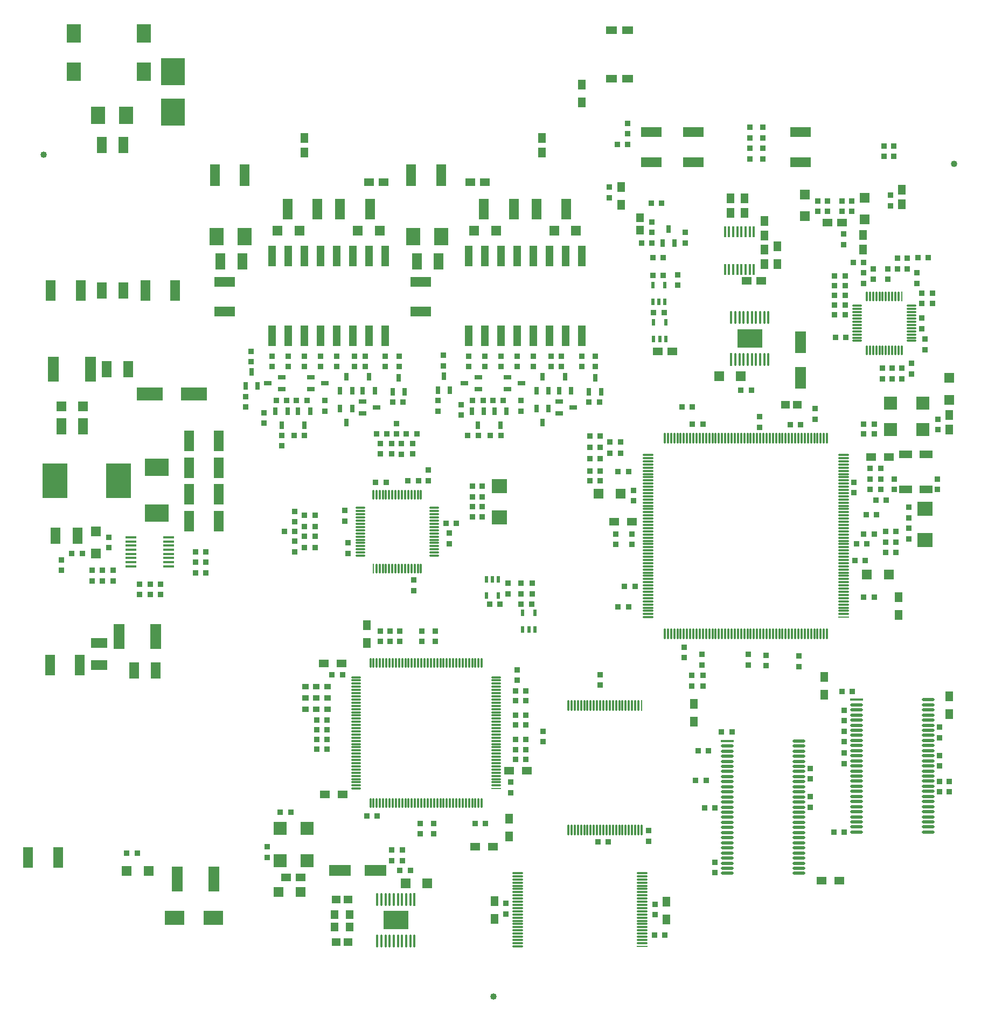
<source format=gtp>
%FSLAX24Y24*%
%MOIN*%
G70*
G01*
G75*
%ADD10C,0.0100*%
%ADD11R,0.1250X0.0600*%
%ADD12R,0.0600X0.1000*%
%ADD13R,0.0380X0.0380*%
%ADD14R,0.0600X0.0600*%
%ADD15R,0.0709X0.1575*%
%ADD16R,0.1614X0.0827*%
%ADD17O,0.0701X0.0157*%
%ADD18R,0.1500X0.1100*%
%ADD19R,0.0600X0.1250*%
%ADD20R,0.0500X0.0600*%
%ADD21R,0.0600X0.0500*%
%ADD22R,0.0315X0.0472*%
%ADD23R,0.1200X0.0900*%
%ADD24R,0.0551X0.0492*%
%ADD25O,0.0138X0.0846*%
%ADD26R,0.0138X0.0846*%
%ADD27R,0.1575X0.1181*%
%ADD28R,0.0709X0.1378*%
%ADD29R,0.0800X0.0800*%
%ADD30O,0.0630X0.0110*%
%ADD31O,0.0110X0.0630*%
%ADD32R,0.0110X0.0630*%
%ADD33R,0.0472X0.1260*%
%ADD34R,0.0472X0.0315*%
%ADD35R,0.0425X0.0380*%
%ADD36C,0.0400*%
%ADD37R,0.1378X0.0709*%
%ADD38R,0.0650X0.0500*%
%ADD39O,0.0787X0.0177*%
%ADD40R,0.0787X0.0177*%
%ADD41R,0.0236X0.0433*%
%ADD42R,0.0492X0.0551*%
%ADD43O,0.0669X0.0110*%
%ADD44R,0.0669X0.0110*%
%ADD45O,0.0110X0.0669*%
%ADD46R,0.0110X0.0669*%
%ADD47R,0.1000X0.0600*%
%ADD48R,0.0850X0.1080*%
%ADD49R,0.0600X0.1350*%
%ADD50R,0.1575X0.2165*%
%ADD51R,0.1500X0.1680*%
%ADD52R,0.0866X0.1142*%
%ADD53O,0.0630X0.0110*%
%ADD54R,0.0630X0.0110*%
%ADD55O,0.0110X0.0709*%
%ADD56O,0.0709X0.0110*%
%ADD57O,0.0709X0.0110*%
%ADD58R,0.0709X0.0110*%
%ADD59O,0.0157X0.0701*%
%ADD60O,0.0110X0.0630*%
%ADD61R,0.0787X0.0512*%
%ADD62R,0.0945X0.0906*%
%ADD63C,0.0200*%
%ADD64C,0.0500*%
%ADD65C,0.0120*%
%ADD66C,0.0150*%
%ADD67C,0.0600*%
%ADD68C,0.0400*%
%ADD69C,0.0250*%
%ADD70C,0.0300*%
%ADD71C,0.0380*%
%ADD72C,0.0700*%
%ADD73C,0.0110*%
%ADD74C,0.0320*%
%ADD75C,0.0080*%
%ADD76C,0.0280*%
%ADD77C,0.0310*%
%ADD78C,0.0140*%
%ADD79C,0.0157*%
%ADD80C,0.0130*%
%ADD81C,0.0090*%
%ADD82C,0.0220*%
%ADD83C,0.0170*%
%ADD84C,0.0180*%
%ADD85C,0.0308*%
%ADD86C,0.0160*%
%ADD87C,0.0390*%
%ADD88R,0.0670X0.0700*%
%ADD89R,0.1350X0.1400*%
%ADD90R,0.0300X0.1229*%
%ADD91C,0.0620*%
%ADD92C,0.0600*%
%ADD93C,0.1000*%
%ADD94C,0.0650*%
%ADD95C,0.0906*%
%ADD96C,0.0787*%
%ADD97C,0.0866*%
%ADD98C,0.1024*%
%ADD99C,0.1024*%
%ADD100P,0.0620X8X0*%
%ADD101C,0.0945*%
%ADD102C,0.0500*%
%ADD103C,0.0118*%
%ADD104C,0.0098*%
%ADD105C,0.0060*%
%ADD106C,0.0079*%
%ADD107C,0.0070*%
%ADD108R,0.0500X0.0300*%
%ADD109R,0.0500X0.1500*%
%ADD110R,0.3100X0.0430*%
%ADD111R,0.0360X0.0130*%
D11*
X93725Y96375D02*
D03*
Y98225D02*
D03*
X117225Y107475D02*
D03*
Y105625D02*
D03*
X110575D02*
D03*
Y107475D02*
D03*
X107975D02*
D03*
Y105625D02*
D03*
X81575Y96375D02*
D03*
Y98225D02*
D03*
D12*
X93475Y99475D02*
D03*
X94825D02*
D03*
X81325D02*
D03*
X82675D02*
D03*
X75615Y92825D02*
D03*
X74265D02*
D03*
X75325Y106675D02*
D03*
X73975D02*
D03*
X75325Y97675D02*
D03*
X73975D02*
D03*
X77325Y74175D02*
D03*
X75975D02*
D03*
X72825Y89275D02*
D03*
X71475D02*
D03*
X72475Y82525D02*
D03*
X71125D02*
D03*
D13*
X106525Y107375D02*
D03*
Y108025D02*
D03*
X72125Y81425D02*
D03*
X72775D02*
D03*
X75525Y62875D02*
D03*
X76175D02*
D03*
X74675Y80375D02*
D03*
Y79725D02*
D03*
X77625Y78875D02*
D03*
Y79525D02*
D03*
X73375Y80375D02*
D03*
Y79725D02*
D03*
X71475Y80375D02*
D03*
Y81025D02*
D03*
X74025Y79725D02*
D03*
Y80375D02*
D03*
X76325Y78875D02*
D03*
X76975D02*
D03*
X80425Y81525D02*
D03*
X79775D02*
D03*
X74425Y82425D02*
D03*
Y81775D02*
D03*
X76975Y79525D02*
D03*
X76325D02*
D03*
X80425Y80875D02*
D03*
X79775D02*
D03*
Y80225D02*
D03*
X80425D02*
D03*
X91975Y90775D02*
D03*
X82875Y91125D02*
D03*
Y90475D02*
D03*
X92625Y90775D02*
D03*
X104125D02*
D03*
X104775D02*
D03*
X85525Y93625D02*
D03*
Y92975D02*
D03*
X86525Y83775D02*
D03*
X87175D02*
D03*
X86525Y82475D02*
D03*
X87175D02*
D03*
X95925Y83275D02*
D03*
X95275D02*
D03*
X105875Y106725D02*
D03*
X106525D02*
D03*
X110525Y90475D02*
D03*
X109875D02*
D03*
X121125Y89425D02*
D03*
X121775D02*
D03*
X114075Y107775D02*
D03*
Y107125D02*
D03*
X114875D02*
D03*
Y107775D02*
D03*
Y105825D02*
D03*
Y106475D02*
D03*
X114075D02*
D03*
Y105825D02*
D03*
X122975Y106625D02*
D03*
Y105975D02*
D03*
X122375D02*
D03*
Y106625D02*
D03*
X118125Y89725D02*
D03*
Y90375D02*
D03*
X111175Y89425D02*
D03*
X110525D02*
D03*
X114675Y89875D02*
D03*
Y89225D02*
D03*
X117225Y89375D02*
D03*
X116575D02*
D03*
X113525Y91525D02*
D03*
X114175D02*
D03*
X121125Y88825D02*
D03*
X121775D02*
D03*
X125725Y89725D02*
D03*
Y89075D02*
D03*
X119325Y98575D02*
D03*
X119975D02*
D03*
Y96175D02*
D03*
X119325D02*
D03*
X123475Y92875D02*
D03*
Y92225D02*
D03*
X122275D02*
D03*
Y92875D02*
D03*
X120025Y94775D02*
D03*
X119375D02*
D03*
X124725Y95975D02*
D03*
Y95325D02*
D03*
X124925Y94675D02*
D03*
Y94025D02*
D03*
X125375Y97525D02*
D03*
X124725D02*
D03*
X124425Y98125D02*
D03*
Y98775D02*
D03*
X121125D02*
D03*
Y98125D02*
D03*
X122875Y92875D02*
D03*
Y92225D02*
D03*
X124075Y92525D02*
D03*
Y93175D02*
D03*
X125375Y96875D02*
D03*
X124725D02*
D03*
X119975Y97975D02*
D03*
X119325D02*
D03*
Y97375D02*
D03*
X119975D02*
D03*
Y96775D02*
D03*
X119325D02*
D03*
X123225Y99675D02*
D03*
Y99025D02*
D03*
X121725Y98375D02*
D03*
Y99025D02*
D03*
X122625D02*
D03*
Y98375D02*
D03*
X125125Y99725D02*
D03*
X124475D02*
D03*
X120475Y99425D02*
D03*
X121125D02*
D03*
X118875Y103225D02*
D03*
Y102575D02*
D03*
X118275D02*
D03*
Y103225D02*
D03*
X119775D02*
D03*
Y102575D02*
D03*
X120375D02*
D03*
Y103225D02*
D03*
X122775Y103575D02*
D03*
Y102925D02*
D03*
X119875Y101175D02*
D03*
Y100525D02*
D03*
X123825Y99025D02*
D03*
Y99675D02*
D03*
X92375Y92975D02*
D03*
X104525D02*
D03*
X83225Y93275D02*
D03*
X95125Y93025D02*
D03*
X98675Y88725D02*
D03*
X98025D02*
D03*
X96625D02*
D03*
X97275D02*
D03*
X91918Y87575D02*
D03*
Y88225D02*
D03*
X92525Y88215D02*
D03*
Y87565D02*
D03*
X91218Y88225D02*
D03*
Y87575D02*
D03*
X93218Y88225D02*
D03*
Y87575D02*
D03*
X97575Y90875D02*
D03*
X96925D02*
D03*
X99925D02*
D03*
Y90225D02*
D03*
X91618Y88825D02*
D03*
X90968D02*
D03*
X92225Y88815D02*
D03*
Y89465D02*
D03*
X92825Y88815D02*
D03*
X93475D02*
D03*
X96225Y89975D02*
D03*
Y90625D02*
D03*
X103675Y93625D02*
D03*
Y92975D02*
D03*
X100675Y93625D02*
D03*
Y92975D02*
D03*
X99675D02*
D03*
Y93625D02*
D03*
X98675D02*
D03*
Y92975D02*
D03*
X97675Y93625D02*
D03*
Y92975D02*
D03*
X96675D02*
D03*
Y93625D02*
D03*
X101775Y92975D02*
D03*
X102425D02*
D03*
Y93625D02*
D03*
X101775D02*
D03*
X84025Y90125D02*
D03*
Y89475D02*
D03*
X86525Y83075D02*
D03*
X87175D02*
D03*
X96925Y84925D02*
D03*
Y85575D02*
D03*
Y83675D02*
D03*
Y84325D02*
D03*
X83225Y93925D02*
D03*
X110475Y73225D02*
D03*
Y73875D02*
D03*
X88225Y73925D02*
D03*
X88875D02*
D03*
X107975Y103075D02*
D03*
X111175Y73875D02*
D03*
Y73225D02*
D03*
X111125Y74525D02*
D03*
Y75175D02*
D03*
X106775Y82625D02*
D03*
Y81975D02*
D03*
X104825Y88675D02*
D03*
X104175D02*
D03*
Y86525D02*
D03*
X104825D02*
D03*
Y85925D02*
D03*
X104175D02*
D03*
X105425Y88325D02*
D03*
X106075D02*
D03*
X104825Y87975D02*
D03*
X104175D02*
D03*
X105425Y87625D02*
D03*
X106075D02*
D03*
X104825Y87275D02*
D03*
X104175D02*
D03*
X121125Y82625D02*
D03*
X121775D02*
D03*
X121875Y84725D02*
D03*
X122525D02*
D03*
X121925Y83825D02*
D03*
X121275D02*
D03*
X105925Y78125D02*
D03*
X106575D02*
D03*
X115075Y75125D02*
D03*
Y74475D02*
D03*
X121225Y80975D02*
D03*
X120575D02*
D03*
X106875Y85325D02*
D03*
Y84675D02*
D03*
X106325Y79375D02*
D03*
X106975D02*
D03*
X117125Y75075D02*
D03*
Y74425D02*
D03*
X110025Y75625D02*
D03*
Y74975D02*
D03*
X113975Y74525D02*
D03*
Y75175D02*
D03*
X105925Y86475D02*
D03*
X106575D02*
D03*
X120675Y82025D02*
D03*
X121325D02*
D03*
X120525Y85825D02*
D03*
Y85175D02*
D03*
X105775Y82625D02*
D03*
Y81975D02*
D03*
X121775Y78725D02*
D03*
X121125D02*
D03*
X123125Y81475D02*
D03*
Y82125D02*
D03*
X123925Y82975D02*
D03*
Y82325D02*
D03*
Y84275D02*
D03*
Y83625D02*
D03*
X123025Y85375D02*
D03*
Y86025D02*
D03*
X122475Y81475D02*
D03*
Y82125D02*
D03*
X121525Y86675D02*
D03*
X122175D02*
D03*
Y86025D02*
D03*
Y85375D02*
D03*
X125675D02*
D03*
Y86025D02*
D03*
X126425Y67325D02*
D03*
Y66675D02*
D03*
X117825Y68125D02*
D03*
Y67475D02*
D03*
Y65725D02*
D03*
Y66375D02*
D03*
X111375Y67375D02*
D03*
X110725D02*
D03*
X112325Y70375D02*
D03*
X112975D02*
D03*
X111525Y69225D02*
D03*
X110875D02*
D03*
X111275Y65675D02*
D03*
X111925D02*
D03*
Y61675D02*
D03*
Y62325D02*
D03*
X125825Y70025D02*
D03*
Y70675D02*
D03*
X119925Y68425D02*
D03*
Y69075D02*
D03*
X119775Y72875D02*
D03*
X120425D02*
D03*
X119925Y71725D02*
D03*
Y71075D02*
D03*
Y70425D02*
D03*
Y69775D02*
D03*
X125825Y68925D02*
D03*
Y68275D02*
D03*
X119275Y64175D02*
D03*
X119925D02*
D03*
X104825Y73275D02*
D03*
Y73925D02*
D03*
X104675Y63575D02*
D03*
X105325D02*
D03*
X122475Y82775D02*
D03*
X123125D02*
D03*
X121525Y86025D02*
D03*
Y85375D02*
D03*
X107825Y63625D02*
D03*
Y64275D02*
D03*
X125825Y66675D02*
D03*
Y67325D02*
D03*
X108175Y57825D02*
D03*
X108825D02*
D03*
X108225Y59075D02*
D03*
Y59725D02*
D03*
X98975Y59775D02*
D03*
Y59125D02*
D03*
X100625Y78925D02*
D03*
Y79575D02*
D03*
X100575Y78275D02*
D03*
X99925D02*
D03*
Y78925D02*
D03*
Y79575D02*
D03*
X104525Y93625D02*
D03*
X95125Y93675D02*
D03*
X99575Y72325D02*
D03*
X100225D02*
D03*
X87275Y70525D02*
D03*
X87925D02*
D03*
Y71125D02*
D03*
X87275D02*
D03*
X100225Y71425D02*
D03*
X99575D02*
D03*
Y70825D02*
D03*
X100225D02*
D03*
X91225Y75975D02*
D03*
Y76625D02*
D03*
X94625D02*
D03*
Y75975D02*
D03*
X99575Y68675D02*
D03*
X100225D02*
D03*
X87275Y69925D02*
D03*
X87925D02*
D03*
X97075Y64725D02*
D03*
X97725D02*
D03*
X93675Y64075D02*
D03*
Y64725D02*
D03*
X99575Y69925D02*
D03*
X100225D02*
D03*
X93775Y76625D02*
D03*
Y75975D02*
D03*
X94525Y64075D02*
D03*
Y64725D02*
D03*
X99675Y73575D02*
D03*
Y74225D02*
D03*
X99275Y66625D02*
D03*
Y67275D02*
D03*
X91025Y65175D02*
D03*
X90375D02*
D03*
X100225Y69275D02*
D03*
X99575D02*
D03*
X87925Y69325D02*
D03*
X87275D02*
D03*
X91825Y76625D02*
D03*
Y75975D02*
D03*
X99575Y72925D02*
D03*
X100225D02*
D03*
X101275Y69775D02*
D03*
Y70425D02*
D03*
X84225Y63275D02*
D03*
Y62625D02*
D03*
X92375Y93625D02*
D03*
X85675Y65425D02*
D03*
X85025D02*
D03*
X98625Y78275D02*
D03*
X97975D02*
D03*
X99125Y78925D02*
D03*
Y79575D02*
D03*
X91925Y63075D02*
D03*
Y62425D02*
D03*
X92575Y63075D02*
D03*
Y62425D02*
D03*
X93075Y61825D02*
D03*
X92425D02*
D03*
X105375Y103425D02*
D03*
Y104075D02*
D03*
X97525Y83675D02*
D03*
Y84325D02*
D03*
Y84925D02*
D03*
Y85575D02*
D03*
X92425Y76625D02*
D03*
Y75975D02*
D03*
X94175Y85925D02*
D03*
Y86575D02*
D03*
X93275Y79775D02*
D03*
Y79125D02*
D03*
X91575Y85825D02*
D03*
X90925D02*
D03*
X85875Y88725D02*
D03*
X86525D02*
D03*
X91525Y92975D02*
D03*
X88525D02*
D03*
X89625Y93625D02*
D03*
X90275D02*
D03*
X87525D02*
D03*
X84525D02*
D03*
X86525Y92975D02*
D03*
X89025Y84075D02*
D03*
X89225Y81425D02*
D03*
X92925Y85925D02*
D03*
X95475Y82025D02*
D03*
X85275Y82775D02*
D03*
X89025Y83425D02*
D03*
X89225Y82075D02*
D03*
X93575Y85925D02*
D03*
X95475Y82675D02*
D03*
X86675Y90875D02*
D03*
X87175Y81775D02*
D03*
X85925Y81525D02*
D03*
X86525Y81775D02*
D03*
X85925Y82175D02*
D03*
Y82775D02*
D03*
X87525Y92975D02*
D03*
X84525D02*
D03*
X86025Y90875D02*
D03*
X86525Y93625D02*
D03*
X85925Y84025D02*
D03*
Y83375D02*
D03*
X84775Y90875D02*
D03*
X85425D02*
D03*
X91525Y93625D02*
D03*
X88525D02*
D03*
X85125Y88725D02*
D03*
Y88075D02*
D03*
X98175Y90875D02*
D03*
X98825D02*
D03*
X89625Y92975D02*
D03*
X90275D02*
D03*
X94775Y90225D02*
D03*
Y90875D02*
D03*
X108625Y103075D02*
D03*
X87775Y90875D02*
D03*
Y90225D02*
D03*
X108077Y99727D02*
D03*
X108727D02*
D03*
X109625Y98001D02*
D03*
Y98651D02*
D03*
X108025Y101275D02*
D03*
Y101925D02*
D03*
Y100625D02*
D03*
X107375D02*
D03*
X108777Y96327D02*
D03*
X108127D02*
D03*
X110075Y101275D02*
D03*
Y100625D02*
D03*
X108727Y98627D02*
D03*
X108077D02*
D03*
D14*
X91175Y101375D02*
D03*
X89825D02*
D03*
X98375D02*
D03*
X97025D02*
D03*
X103325D02*
D03*
X101975D02*
D03*
X86200D02*
D03*
X84850D02*
D03*
X92775Y61025D02*
D03*
X94125D02*
D03*
X113525Y92375D02*
D03*
X112175D02*
D03*
X71475Y90525D02*
D03*
X72825D02*
D03*
X75525Y61775D02*
D03*
X76875D02*
D03*
X121325Y80125D02*
D03*
X122675D02*
D03*
X104725Y85125D02*
D03*
X106075D02*
D03*
X126425Y90925D02*
D03*
Y92275D02*
D03*
X117475Y102275D02*
D03*
Y103625D02*
D03*
X121175Y102075D02*
D03*
Y103425D02*
D03*
X86275Y60475D02*
D03*
X84925D02*
D03*
X73625Y81425D02*
D03*
Y82775D02*
D03*
D15*
X70983Y92825D02*
D03*
X73267D02*
D03*
X77317Y76275D02*
D03*
X75033D02*
D03*
X80917Y61275D02*
D03*
X78633D02*
D03*
D16*
X79675Y91275D02*
D03*
X76958D02*
D03*
D17*
X78125Y80881D02*
D03*
X75786D02*
D03*
Y82416D02*
D03*
Y81905D02*
D03*
Y82161D02*
D03*
X78125Y80625D02*
D03*
X75786Y81137D02*
D03*
Y81649D02*
D03*
X78125Y81137D02*
D03*
X75786Y81393D02*
D03*
Y80625D02*
D03*
X78125Y81393D02*
D03*
Y81649D02*
D03*
Y81905D02*
D03*
Y82161D02*
D03*
Y82416D02*
D03*
D18*
X77375Y83925D02*
D03*
Y86735D02*
D03*
D19*
X79375Y83425D02*
D03*
Y85075D02*
D03*
Y86725D02*
D03*
Y88375D02*
D03*
X81225Y83425D02*
D03*
Y85075D02*
D03*
Y86725D02*
D03*
Y88375D02*
D03*
X71275Y62625D02*
D03*
X69425D02*
D03*
X102725Y102725D02*
D03*
X100875D02*
D03*
X88725D02*
D03*
X90575D02*
D03*
X85475D02*
D03*
X87325D02*
D03*
X97625D02*
D03*
X99475D02*
D03*
X70775Y74525D02*
D03*
X72625D02*
D03*
X72675Y97675D02*
D03*
X70825D02*
D03*
X76675D02*
D03*
X78525D02*
D03*
D20*
X101225Y106225D02*
D03*
Y107125D02*
D03*
X123275Y77625D02*
D03*
Y78725D02*
D03*
X103675Y109325D02*
D03*
Y110425D02*
D03*
X113737Y102475D02*
D03*
Y103375D02*
D03*
X112875Y103378D02*
D03*
Y102478D02*
D03*
X114977Y100225D02*
D03*
Y99325D02*
D03*
Y101975D02*
D03*
Y101075D02*
D03*
X115777Y99325D02*
D03*
Y100425D02*
D03*
X126425Y89075D02*
D03*
Y89975D02*
D03*
X123475Y103925D02*
D03*
Y103025D02*
D03*
X121075Y100225D02*
D03*
Y101125D02*
D03*
X106125Y104075D02*
D03*
Y102975D02*
D03*
X90375Y76975D02*
D03*
Y75875D02*
D03*
X99175Y63925D02*
D03*
Y65025D02*
D03*
X98275Y58825D02*
D03*
Y59925D02*
D03*
X108925Y58775D02*
D03*
Y59875D02*
D03*
X126425Y72575D02*
D03*
Y71475D02*
D03*
X118675Y72675D02*
D03*
Y73775D02*
D03*
X110625Y71025D02*
D03*
Y72125D02*
D03*
X86525Y106225D02*
D03*
Y107125D02*
D03*
D21*
X97675Y104375D02*
D03*
X113877Y98275D02*
D03*
X114777D02*
D03*
X118875Y101875D02*
D03*
X119775D02*
D03*
X88825Y74625D02*
D03*
X87725D02*
D03*
X106775Y83375D02*
D03*
X105675D02*
D03*
X98175Y63275D02*
D03*
X97075D02*
D03*
X88875Y66525D02*
D03*
X87775D02*
D03*
X119625Y61175D02*
D03*
X118525D02*
D03*
X121565Y87375D02*
D03*
X122665D02*
D03*
X99175Y67975D02*
D03*
X100275D02*
D03*
X96775Y104375D02*
D03*
X91425D02*
D03*
X90525D02*
D03*
X109277Y93927D02*
D03*
X108377D02*
D03*
X85375Y61375D02*
D03*
X86275D02*
D03*
D22*
X95149Y92391D02*
D03*
X94775Y91525D02*
D03*
X92349Y92291D02*
D03*
X83249Y92641D02*
D03*
X91975Y91425D02*
D03*
X82875Y91775D02*
D03*
X95523Y91525D02*
D03*
X83623Y91775D02*
D03*
X92723Y91425D02*
D03*
X104873D02*
D03*
X104499Y92291D02*
D03*
X104125Y91425D02*
D03*
X98277Y90225D02*
D03*
X99025D02*
D03*
X98651Y89359D02*
D03*
X97625Y90225D02*
D03*
X97251Y89359D02*
D03*
X96877Y90225D02*
D03*
X100877Y90375D02*
D03*
X101251Y89509D02*
D03*
X101625Y90375D02*
D03*
X103023Y91475D02*
D03*
X102649Y92341D02*
D03*
X102275Y91475D02*
D03*
X101623D02*
D03*
X101249Y92341D02*
D03*
X100875Y91475D02*
D03*
X90125D02*
D03*
X90499Y92341D02*
D03*
X90873Y91475D02*
D03*
X89475Y90375D02*
D03*
X89101Y89509D02*
D03*
X88725Y91475D02*
D03*
X88727Y90375D02*
D03*
X89099Y92341D02*
D03*
X89473Y91475D02*
D03*
X84727Y90225D02*
D03*
X85101Y89359D02*
D03*
X85475Y90225D02*
D03*
X86501Y89359D02*
D03*
X86875Y90225D02*
D03*
X86127D02*
D03*
X109049Y101491D02*
D03*
X109423Y100625D02*
D03*
X108675D02*
D03*
D23*
X78475Y58875D02*
D03*
X80875D02*
D03*
D24*
X116275Y90625D02*
D03*
X117023D02*
D03*
X88475Y60025D02*
D03*
X89225Y57375D02*
D03*
X88477D02*
D03*
X89223Y60025D02*
D03*
D25*
X115228Y96004D02*
D03*
X114972D02*
D03*
X114716D02*
D03*
X114460D02*
D03*
X114205D02*
D03*
X113949D02*
D03*
X113693D02*
D03*
X113437D02*
D03*
X113181D02*
D03*
X112925D02*
D03*
X115228Y93425D02*
D03*
X114972D02*
D03*
X114716D02*
D03*
X114460D02*
D03*
X114205D02*
D03*
X113949D02*
D03*
X113693D02*
D03*
X113437D02*
D03*
X113181D02*
D03*
X91022Y57446D02*
D03*
X91278D02*
D03*
X91534D02*
D03*
X91790D02*
D03*
X92045D02*
D03*
X92301D02*
D03*
X92557D02*
D03*
X92813D02*
D03*
X93069D02*
D03*
X93325D02*
D03*
X91022Y60025D02*
D03*
X91278D02*
D03*
X91534D02*
D03*
X91790D02*
D03*
X92045D02*
D03*
X92301D02*
D03*
X92557D02*
D03*
X92813D02*
D03*
X93069D02*
D03*
D26*
X112925Y93425D02*
D03*
X93325Y60025D02*
D03*
D27*
X114077Y94714D02*
D03*
X92173Y58736D02*
D03*
D28*
X117225Y92275D02*
D03*
Y94480D02*
D03*
D29*
X122775Y89072D02*
D03*
X124775D02*
D03*
X122775Y90725D02*
D03*
X124775D02*
D03*
X85021Y64425D02*
D03*
Y62425D02*
D03*
X86675Y64425D02*
D03*
Y62425D02*
D03*
D30*
X124066Y96735D02*
D03*
Y96538D02*
D03*
Y96341D02*
D03*
Y96144D02*
D03*
Y95947D02*
D03*
Y95750D02*
D03*
Y95553D02*
D03*
Y95357D02*
D03*
Y95160D02*
D03*
Y94963D02*
D03*
Y94766D02*
D03*
Y94569D02*
D03*
X120719D02*
D03*
Y94766D02*
D03*
Y94963D02*
D03*
Y95160D02*
D03*
Y95357D02*
D03*
Y95553D02*
D03*
Y95750D02*
D03*
Y95947D02*
D03*
Y96144D02*
D03*
Y96341D02*
D03*
Y96538D02*
D03*
Y96735D02*
D03*
X98375Y71993D02*
D03*
Y73568D02*
D03*
X89714Y66875D02*
D03*
Y67072D02*
D03*
Y67269D02*
D03*
Y67466D02*
D03*
Y67663D02*
D03*
Y67859D02*
D03*
Y68056D02*
D03*
Y68253D02*
D03*
Y68450D02*
D03*
Y68647D02*
D03*
Y68844D02*
D03*
Y69040D02*
D03*
Y69237D02*
D03*
Y69434D02*
D03*
Y69631D02*
D03*
Y69828D02*
D03*
Y70025D02*
D03*
Y70222D02*
D03*
Y70418D02*
D03*
Y70615D02*
D03*
Y70812D02*
D03*
Y71009D02*
D03*
Y71206D02*
D03*
Y71403D02*
D03*
Y71599D02*
D03*
Y71796D02*
D03*
Y71993D02*
D03*
Y72190D02*
D03*
Y72387D02*
D03*
Y72584D02*
D03*
Y72781D02*
D03*
Y72977D02*
D03*
Y73174D02*
D03*
Y73371D02*
D03*
Y73765D02*
D03*
X98375D02*
D03*
Y73371D02*
D03*
Y73174D02*
D03*
Y72977D02*
D03*
Y72781D02*
D03*
Y72584D02*
D03*
Y72387D02*
D03*
Y72190D02*
D03*
Y71796D02*
D03*
Y71599D02*
D03*
Y71403D02*
D03*
Y71206D02*
D03*
Y71009D02*
D03*
Y70812D02*
D03*
Y70615D02*
D03*
Y70418D02*
D03*
Y70222D02*
D03*
Y69828D02*
D03*
Y69631D02*
D03*
Y69434D02*
D03*
Y69237D02*
D03*
Y69040D02*
D03*
Y68844D02*
D03*
Y68647D02*
D03*
Y68450D02*
D03*
Y68253D02*
D03*
Y68056D02*
D03*
Y67859D02*
D03*
Y67663D02*
D03*
Y67466D02*
D03*
Y67269D02*
D03*
Y67072D02*
D03*
X89714Y73568D02*
D03*
X94535Y81282D02*
D03*
Y81479D02*
D03*
Y81676D02*
D03*
Y81873D02*
D03*
Y82070D02*
D03*
Y82266D02*
D03*
Y82463D02*
D03*
Y82660D02*
D03*
Y82857D02*
D03*
Y83054D02*
D03*
Y83251D02*
D03*
Y83448D02*
D03*
Y83644D02*
D03*
Y83841D02*
D03*
Y84038D02*
D03*
Y84235D02*
D03*
X89968D02*
D03*
Y84038D02*
D03*
Y83841D02*
D03*
Y83644D02*
D03*
Y83448D02*
D03*
Y83251D02*
D03*
Y83054D02*
D03*
Y82857D02*
D03*
Y82660D02*
D03*
Y82463D02*
D03*
Y82266D02*
D03*
Y82070D02*
D03*
Y81676D02*
D03*
Y81479D02*
D03*
Y81282D02*
D03*
Y81873D02*
D03*
D31*
X123475Y93979D02*
D03*
X123278D02*
D03*
X123081D02*
D03*
X122884D02*
D03*
X122688D02*
D03*
X122491D02*
D03*
X122294D02*
D03*
X122097D02*
D03*
X121900D02*
D03*
X121703D02*
D03*
X121507D02*
D03*
X121310D02*
D03*
Y97325D02*
D03*
X121507D02*
D03*
X121703D02*
D03*
X121900D02*
D03*
X122097D02*
D03*
X122294D02*
D03*
X122491D02*
D03*
X122688D02*
D03*
X122884D02*
D03*
X123081D02*
D03*
X123278D02*
D03*
X93158Y74651D02*
D03*
X95914D02*
D03*
X96702D02*
D03*
X95324D02*
D03*
X96308D02*
D03*
X94340D02*
D03*
X97489Y65989D02*
D03*
X97292D02*
D03*
X97095D02*
D03*
X96899D02*
D03*
X96702D02*
D03*
X96505D02*
D03*
X96308D02*
D03*
X96111D02*
D03*
X95914D02*
D03*
X95718D02*
D03*
X95521D02*
D03*
X94930D02*
D03*
X94733D02*
D03*
X94536D02*
D03*
X94340D02*
D03*
X94143D02*
D03*
X93946D02*
D03*
X93749D02*
D03*
X93552D02*
D03*
X93355D02*
D03*
X93158D02*
D03*
X92962D02*
D03*
X92765D02*
D03*
X92568D02*
D03*
X92371D02*
D03*
X92174D02*
D03*
X91977D02*
D03*
X91781D02*
D03*
X91584D02*
D03*
X91387D02*
D03*
X91190D02*
D03*
X90993D02*
D03*
X90796D02*
D03*
X90599D02*
D03*
Y74651D02*
D03*
X90796D02*
D03*
X90993D02*
D03*
X91190D02*
D03*
X91387D02*
D03*
X91584D02*
D03*
X91781D02*
D03*
X91977D02*
D03*
X92371D02*
D03*
X92568D02*
D03*
X92765D02*
D03*
X92962D02*
D03*
X93355D02*
D03*
X93552D02*
D03*
X93749D02*
D03*
X93946D02*
D03*
X94143D02*
D03*
X94536D02*
D03*
X94733D02*
D03*
X94930D02*
D03*
X95127D02*
D03*
X95521D02*
D03*
X95718D02*
D03*
X96111D02*
D03*
X96505D02*
D03*
X96899D02*
D03*
X97095D02*
D03*
X97292D02*
D03*
X97489D02*
D03*
X95127Y65989D02*
D03*
X95324D02*
D03*
X92174Y74651D02*
D03*
X90972Y80475D02*
D03*
X91169D02*
D03*
X91366D02*
D03*
X91562D02*
D03*
X91956D02*
D03*
X92153D02*
D03*
X92350D02*
D03*
X92547D02*
D03*
X92744D02*
D03*
X92940D02*
D03*
X93137D02*
D03*
X93334D02*
D03*
X93531D02*
D03*
X93728D02*
D03*
Y85042D02*
D03*
X93531D02*
D03*
X93334D02*
D03*
X93137D02*
D03*
X92940D02*
D03*
X92744D02*
D03*
X92547D02*
D03*
X92350D02*
D03*
X92153D02*
D03*
X91956D02*
D03*
X91759D02*
D03*
X91562D02*
D03*
X91366D02*
D03*
X91169D02*
D03*
X90972D02*
D03*
X90775D02*
D03*
D32*
X123475Y97325D02*
D03*
X90775Y80475D02*
D03*
D33*
X103675Y99825D02*
D03*
X102675D02*
D03*
X101675D02*
D03*
X100675D02*
D03*
X99675D02*
D03*
X98675D02*
D03*
X97675D02*
D03*
X103675Y94888D02*
D03*
X102675D02*
D03*
X101675D02*
D03*
X100675D02*
D03*
X99675D02*
D03*
X98675D02*
D03*
X97675D02*
D03*
X96675D02*
D03*
Y99825D02*
D03*
X84525D02*
D03*
Y94888D02*
D03*
X85525D02*
D03*
X86525D02*
D03*
X87525D02*
D03*
X88525D02*
D03*
X89525D02*
D03*
X90525D02*
D03*
X91525D02*
D03*
X85525Y99825D02*
D03*
X86525D02*
D03*
X87525D02*
D03*
X88525D02*
D03*
X89525D02*
D03*
X90525D02*
D03*
X91525D02*
D03*
D34*
X102275Y90825D02*
D03*
Y90077D02*
D03*
X103141Y90451D02*
D03*
X99075Y91577D02*
D03*
X99941Y91951D02*
D03*
X99075Y92325D02*
D03*
X96409Y91949D02*
D03*
X97275Y91575D02*
D03*
Y92323D02*
D03*
X85125D02*
D03*
Y91575D02*
D03*
X84259Y91949D02*
D03*
X86925Y92325D02*
D03*
X87791Y91951D02*
D03*
X86925Y91577D02*
D03*
X90125Y90825D02*
D03*
Y90077D02*
D03*
X90991Y90451D02*
D03*
D35*
X86575Y73175D02*
D03*
X87254D02*
D03*
X87933D02*
D03*
Y72475D02*
D03*
X87254D02*
D03*
X86575D02*
D03*
Y71775D02*
D03*
X87254D02*
D03*
X87933D02*
D03*
D36*
X98225Y54025D02*
D03*
X126725Y105525D02*
D03*
X70375Y106075D02*
D03*
D37*
X88720Y61825D02*
D03*
X90925D02*
D03*
D38*
X105525Y113775D02*
D03*
X106525D02*
D03*
Y110775D02*
D03*
X105525D02*
D03*
D39*
X117108Y64786D02*
D03*
Y65416D02*
D03*
X112675Y69510D02*
D03*
Y68880D02*
D03*
Y68565D02*
D03*
Y67935D02*
D03*
Y67620D02*
D03*
Y66990D02*
D03*
Y66675D02*
D03*
Y66046D02*
D03*
Y65416D02*
D03*
Y62896D02*
D03*
Y63211D02*
D03*
X117108Y65101D02*
D03*
X112675D02*
D03*
Y64156D02*
D03*
Y64786D02*
D03*
Y64471D02*
D03*
X117108D02*
D03*
Y66046D02*
D03*
Y66675D02*
D03*
Y66990D02*
D03*
Y67620D02*
D03*
Y67935D02*
D03*
Y68565D02*
D03*
Y68880D02*
D03*
Y69510D02*
D03*
X112675Y62581D02*
D03*
Y62266D02*
D03*
Y61951D02*
D03*
X117108D02*
D03*
Y62266D02*
D03*
Y62581D02*
D03*
Y62896D02*
D03*
Y63211D02*
D03*
Y63526D02*
D03*
Y63841D02*
D03*
Y64156D02*
D03*
X112675Y63841D02*
D03*
Y63526D02*
D03*
X117108Y61636D02*
D03*
Y67305D02*
D03*
Y69195D02*
D03*
X112675Y66361D02*
D03*
Y68250D02*
D03*
X117108Y69825D02*
D03*
Y65731D02*
D03*
Y66361D02*
D03*
Y68250D02*
D03*
X112675Y67305D02*
D03*
Y69195D02*
D03*
Y61636D02*
D03*
Y65731D02*
D03*
X125108Y67336D02*
D03*
Y67966D02*
D03*
X120675D02*
D03*
Y65446D02*
D03*
Y65761D02*
D03*
Y67651D02*
D03*
Y66706D02*
D03*
Y67336D02*
D03*
Y67021D02*
D03*
X125108D02*
D03*
Y67651D02*
D03*
X120675Y72060D02*
D03*
Y71430D02*
D03*
Y71115D02*
D03*
Y70485D02*
D03*
Y70170D02*
D03*
Y69540D02*
D03*
Y69225D02*
D03*
Y68596D02*
D03*
X125108D02*
D03*
Y69225D02*
D03*
Y69540D02*
D03*
Y70170D02*
D03*
Y70485D02*
D03*
Y71115D02*
D03*
Y71430D02*
D03*
Y72060D02*
D03*
X120675Y65131D02*
D03*
Y64816D02*
D03*
Y64501D02*
D03*
X125108D02*
D03*
Y64816D02*
D03*
Y65131D02*
D03*
Y65446D02*
D03*
Y65761D02*
D03*
Y66076D02*
D03*
Y66391D02*
D03*
Y66706D02*
D03*
X120675Y66391D02*
D03*
Y66076D02*
D03*
X125108Y64186D02*
D03*
Y69855D02*
D03*
Y71745D02*
D03*
X120675Y68911D02*
D03*
Y70800D02*
D03*
X125108Y72375D02*
D03*
Y68281D02*
D03*
Y68911D02*
D03*
Y70800D02*
D03*
X120675Y69855D02*
D03*
Y71745D02*
D03*
Y64186D02*
D03*
Y68281D02*
D03*
D40*
X112675Y69825D02*
D03*
X120675Y72375D02*
D03*
D41*
X100773Y77749D02*
D03*
X100399Y76725D02*
D03*
X100773D02*
D03*
X100025Y77749D02*
D03*
Y76725D02*
D03*
X97777Y78801D02*
D03*
X98151Y79825D02*
D03*
X97777D02*
D03*
X98525Y78801D02*
D03*
Y79825D02*
D03*
X108077Y96977D02*
D03*
X108825D02*
D03*
X108077Y98001D02*
D03*
X108451Y96977D02*
D03*
X108825Y98001D02*
D03*
X108127Y94677D02*
D03*
X108875D02*
D03*
X108127Y95701D02*
D03*
X108875D02*
D03*
X108501Y94677D02*
D03*
D42*
X89325Y58327D02*
D03*
X88375Y58325D02*
D03*
Y59073D02*
D03*
X89325Y59075D02*
D03*
X107275Y102173D02*
D03*
Y101425D02*
D03*
D43*
X99708Y61653D02*
D03*
Y61456D02*
D03*
Y61259D02*
D03*
Y61062D02*
D03*
Y60668D02*
D03*
Y60472D02*
D03*
Y60275D02*
D03*
Y60078D02*
D03*
Y59881D02*
D03*
Y59684D02*
D03*
Y59487D02*
D03*
Y59290D02*
D03*
Y59094D02*
D03*
Y58897D02*
D03*
Y58700D02*
D03*
Y58503D02*
D03*
Y58306D02*
D03*
Y58109D02*
D03*
Y57913D02*
D03*
Y57716D02*
D03*
Y57519D02*
D03*
Y57322D02*
D03*
Y57125D02*
D03*
X107425Y61653D02*
D03*
Y61456D02*
D03*
Y61259D02*
D03*
Y61062D02*
D03*
Y60865D02*
D03*
Y60668D02*
D03*
Y60472D02*
D03*
Y60275D02*
D03*
Y60078D02*
D03*
Y59881D02*
D03*
Y59684D02*
D03*
Y59487D02*
D03*
Y59290D02*
D03*
Y59094D02*
D03*
Y58897D02*
D03*
Y58700D02*
D03*
Y58503D02*
D03*
Y58306D02*
D03*
Y58109D02*
D03*
Y57913D02*
D03*
Y57716D02*
D03*
Y57519D02*
D03*
Y57322D02*
D03*
X99708Y60865D02*
D03*
D44*
X107425Y57125D02*
D03*
D45*
X103635Y64309D02*
D03*
X107178Y72025D02*
D03*
X106981D02*
D03*
X106784D02*
D03*
X106588D02*
D03*
X106391D02*
D03*
X106194D02*
D03*
X105997D02*
D03*
X105800D02*
D03*
X105603D02*
D03*
X105407D02*
D03*
X105210D02*
D03*
X105013D02*
D03*
X104816D02*
D03*
X104619D02*
D03*
X104422D02*
D03*
X104225D02*
D03*
X104029D02*
D03*
X103832D02*
D03*
X103635D02*
D03*
X103438D02*
D03*
X103241D02*
D03*
X103044D02*
D03*
X102847D02*
D03*
X107375Y64309D02*
D03*
X107178D02*
D03*
X106981D02*
D03*
X106784D02*
D03*
X106588D02*
D03*
X106391D02*
D03*
X106194D02*
D03*
X105997D02*
D03*
X105800D02*
D03*
X105603D02*
D03*
X105407D02*
D03*
X105210D02*
D03*
X105013D02*
D03*
X104816D02*
D03*
X104619D02*
D03*
X104422D02*
D03*
X104225D02*
D03*
X104029D02*
D03*
X103832D02*
D03*
X103438D02*
D03*
X103241D02*
D03*
X103044D02*
D03*
X102847D02*
D03*
D46*
X107375Y72025D02*
D03*
D47*
X73825Y75875D02*
D03*
Y74525D02*
D03*
D48*
X75475Y108525D02*
D03*
X73735D02*
D03*
X82825Y101025D02*
D03*
X81085D02*
D03*
X94975D02*
D03*
X93235D02*
D03*
D49*
X93125Y104825D02*
D03*
X94975D02*
D03*
X82825D02*
D03*
X80975D02*
D03*
D50*
X71075Y85925D02*
D03*
X75012D02*
D03*
D51*
X78375Y108725D02*
D03*
Y111225D02*
D03*
D52*
X76590Y113575D02*
D03*
Y111213D02*
D03*
X72260Y113575D02*
D03*
Y111213D02*
D03*
D53*
X98375Y70025D02*
D03*
D54*
Y66875D02*
D03*
D55*
X118851Y76451D02*
D03*
X118655D02*
D03*
X118458D02*
D03*
X118261D02*
D03*
X118064D02*
D03*
X117867D02*
D03*
X117670D02*
D03*
X117473D02*
D03*
X117277D02*
D03*
X117080D02*
D03*
X116883D02*
D03*
X116686D02*
D03*
X116489D02*
D03*
X116292D02*
D03*
X116095D02*
D03*
X115899D02*
D03*
X115702D02*
D03*
X115505D02*
D03*
X115308D02*
D03*
X115111D02*
D03*
X114914D02*
D03*
X114718D02*
D03*
X114521D02*
D03*
X114324D02*
D03*
X114127D02*
D03*
X113930D02*
D03*
X113733D02*
D03*
X113536D02*
D03*
X113340D02*
D03*
X113143D02*
D03*
X112946D02*
D03*
X112749D02*
D03*
X112552D02*
D03*
X112355D02*
D03*
X112158D02*
D03*
X111962D02*
D03*
X111765D02*
D03*
X111568D02*
D03*
X111371D02*
D03*
X111174D02*
D03*
X110977D02*
D03*
X110781D02*
D03*
X110584D02*
D03*
X110387D02*
D03*
X110190D02*
D03*
X109993D02*
D03*
X109796D02*
D03*
X109599D02*
D03*
X109403D02*
D03*
X109206D02*
D03*
X109009D02*
D03*
X108812D02*
D03*
Y88538D02*
D03*
X109009D02*
D03*
X109206D02*
D03*
X109403D02*
D03*
X109599D02*
D03*
X109796D02*
D03*
X109993D02*
D03*
X110190D02*
D03*
X110387D02*
D03*
X110584D02*
D03*
X110781D02*
D03*
X110977D02*
D03*
X111174D02*
D03*
X111371D02*
D03*
X111568D02*
D03*
X111765D02*
D03*
X111962D02*
D03*
X112158D02*
D03*
X112355D02*
D03*
X112552D02*
D03*
X112749D02*
D03*
X112946D02*
D03*
X113143D02*
D03*
X113340D02*
D03*
X113536D02*
D03*
X113733D02*
D03*
X113930D02*
D03*
X114127D02*
D03*
X114324D02*
D03*
X114521D02*
D03*
X114718D02*
D03*
X114914D02*
D03*
X115111D02*
D03*
X115308D02*
D03*
X115505D02*
D03*
X115702D02*
D03*
X115899D02*
D03*
X116095D02*
D03*
X116292D02*
D03*
X116489D02*
D03*
X116686D02*
D03*
X116883D02*
D03*
X117080D02*
D03*
X117277D02*
D03*
X117473D02*
D03*
X117670D02*
D03*
X117867D02*
D03*
X118064D02*
D03*
X118261D02*
D03*
X118458D02*
D03*
X118655D02*
D03*
X118851D02*
D03*
D56*
X107788Y77475D02*
D03*
Y77672D02*
D03*
Y77869D02*
D03*
Y78066D02*
D03*
Y78263D02*
D03*
Y78459D02*
D03*
Y78656D02*
D03*
Y78853D02*
D03*
Y79050D02*
D03*
Y79247D02*
D03*
Y79444D02*
D03*
Y79640D02*
D03*
Y79837D02*
D03*
Y80034D02*
D03*
Y80231D02*
D03*
Y80428D02*
D03*
Y80625D02*
D03*
Y80822D02*
D03*
Y81018D02*
D03*
Y81215D02*
D03*
Y81412D02*
D03*
Y81609D02*
D03*
Y81806D02*
D03*
Y82003D02*
D03*
Y82199D02*
D03*
Y82396D02*
D03*
Y82593D02*
D03*
Y82790D02*
D03*
Y82987D02*
D03*
Y83184D02*
D03*
Y83381D02*
D03*
Y83577D02*
D03*
Y83774D02*
D03*
Y83971D02*
D03*
Y84168D02*
D03*
Y84365D02*
D03*
Y84562D02*
D03*
Y84759D02*
D03*
Y84955D02*
D03*
Y85152D02*
D03*
Y85349D02*
D03*
Y85546D02*
D03*
Y85743D02*
D03*
Y85940D02*
D03*
Y86137D02*
D03*
Y86333D02*
D03*
Y86530D02*
D03*
Y86727D02*
D03*
Y86924D02*
D03*
Y87121D02*
D03*
Y87318D02*
D03*
Y87514D02*
D03*
X119875D02*
D03*
Y87318D02*
D03*
Y87121D02*
D03*
Y86924D02*
D03*
Y86727D02*
D03*
Y86530D02*
D03*
Y86333D02*
D03*
Y86137D02*
D03*
Y85940D02*
D03*
Y85743D02*
D03*
Y85546D02*
D03*
Y85349D02*
D03*
Y85152D02*
D03*
Y84955D02*
D03*
Y84759D02*
D03*
Y84562D02*
D03*
Y84365D02*
D03*
Y84168D02*
D03*
Y83971D02*
D03*
Y83774D02*
D03*
Y83577D02*
D03*
Y83381D02*
D03*
Y83184D02*
D03*
Y82987D02*
D03*
Y82593D02*
D03*
Y82396D02*
D03*
Y82199D02*
D03*
Y82003D02*
D03*
Y81806D02*
D03*
Y81609D02*
D03*
Y81412D02*
D03*
Y81215D02*
D03*
Y81018D02*
D03*
Y80822D02*
D03*
Y80625D02*
D03*
Y80428D02*
D03*
Y80231D02*
D03*
Y80034D02*
D03*
Y79837D02*
D03*
Y79640D02*
D03*
Y79444D02*
D03*
Y79247D02*
D03*
Y79050D02*
D03*
Y78853D02*
D03*
Y78656D02*
D03*
Y78459D02*
D03*
Y78263D02*
D03*
Y78066D02*
D03*
Y77869D02*
D03*
Y77672D02*
D03*
D57*
Y82790D02*
D03*
D58*
Y77475D02*
D03*
D59*
X112792Y101325D02*
D03*
X112536D02*
D03*
Y98987D02*
D03*
X112792D02*
D03*
X113048D02*
D03*
X113816D02*
D03*
X113560D02*
D03*
X113304D02*
D03*
X114327Y101325D02*
D03*
X114072D02*
D03*
X113816D02*
D03*
X113560D02*
D03*
X113304D02*
D03*
X113048D02*
D03*
X114327Y98987D02*
D03*
X114072D02*
D03*
D60*
X91759Y80475D02*
D03*
D61*
X124975Y85375D02*
D03*
X123715D02*
D03*
Y87540D02*
D03*
X124975D02*
D03*
D62*
X124925Y82246D02*
D03*
Y84175D02*
D03*
X98575Y85575D02*
D03*
Y83646D02*
D03*
M02*

</source>
